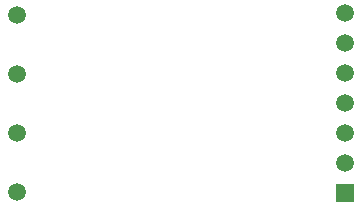
<source format=gbr>
G04 DipTrace 2.2.0.9*
%INBottom.gbr*%
%MOIN*%
%ADD20R,0.0591X0.0591*%
%ADD21C,0.0591*%
%FSLAX44Y44*%
G04*
G70*
G90*
G75*
G01*
%LNBottom*%
%LPD*%
D20*
X17691Y5940D3*
D21*
Y6940D3*
Y7940D3*
Y8940D3*
Y9940D3*
Y10940D3*
Y11940D3*
X6785Y9920D3*
Y11889D3*
Y5981D3*
Y7949D3*
M02*

</source>
